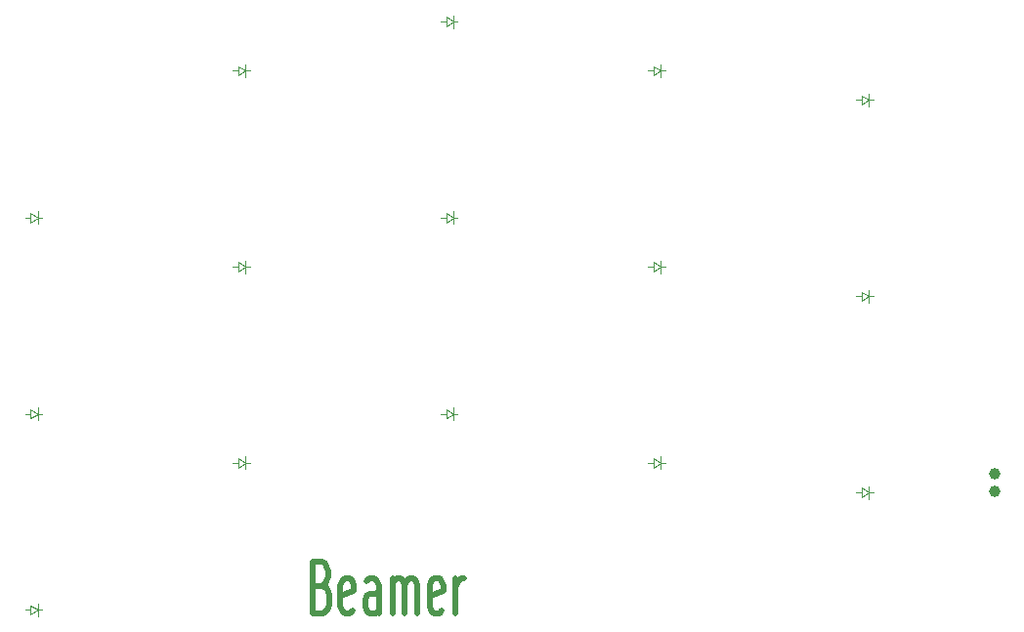
<source format=gbr>
%TF.GenerationSoftware,KiCad,Pcbnew,(6.0.9-0)*%
%TF.CreationDate,2022-12-30T00:27:58+01:00*%
%TF.ProjectId,beamer,6265616d-6572-42e6-9b69-6361645f7063,v1.0.0*%
%TF.SameCoordinates,Original*%
%TF.FileFunction,Legend,Top*%
%TF.FilePolarity,Positive*%
%FSLAX46Y46*%
G04 Gerber Fmt 4.6, Leading zero omitted, Abs format (unit mm)*
G04 Created by KiCad (PCBNEW (6.0.9-0)) date 2022-12-30 00:27:58*
%MOMM*%
%LPD*%
G01*
G04 APERTURE LIST*
%ADD10C,0.500000*%
%ADD11C,0.150000*%
%ADD12C,0.300000*%
%ADD13C,0.100000*%
%ADD14C,1.000000*%
G04 APERTURE END LIST*
D10*
X182029625Y-159118480D02*
X182386768Y-159332766D01*
X182505816Y-159547051D01*
X182624863Y-159975623D01*
X182624863Y-160618480D01*
X182505816Y-161047051D01*
X182386768Y-161261337D01*
X182148673Y-161475623D01*
X181196292Y-161475623D01*
X181196292Y-156975623D01*
X182029625Y-156975623D01*
X182267720Y-157189909D01*
X182386768Y-157404194D01*
X182505816Y-157832766D01*
X182505816Y-158261337D01*
X182386768Y-158689909D01*
X182267720Y-158904194D01*
X182029625Y-159118480D01*
X181196292Y-159118480D01*
X184648673Y-161261337D02*
X184410578Y-161475623D01*
X183934387Y-161475623D01*
X183696292Y-161261337D01*
X183577244Y-160832766D01*
X183577244Y-159118480D01*
X183696292Y-158689909D01*
X183934387Y-158475623D01*
X184410578Y-158475623D01*
X184648673Y-158689909D01*
X184767720Y-159118480D01*
X184767720Y-159547051D01*
X183577244Y-159975623D01*
X186910578Y-161475623D02*
X186910578Y-159118480D01*
X186791530Y-158689909D01*
X186553435Y-158475623D01*
X186077244Y-158475623D01*
X185839149Y-158689909D01*
X186910578Y-161261337D02*
X186672482Y-161475623D01*
X186077244Y-161475623D01*
X185839149Y-161261337D01*
X185720101Y-160832766D01*
X185720101Y-160404194D01*
X185839149Y-159975623D01*
X186077244Y-159761337D01*
X186672482Y-159761337D01*
X186910578Y-159547051D01*
X188101054Y-161475623D02*
X188101054Y-158475623D01*
X188101054Y-158904194D02*
X188220101Y-158689909D01*
X188458197Y-158475623D01*
X188815340Y-158475623D01*
X189053435Y-158689909D01*
X189172482Y-159118480D01*
X189172482Y-161475623D01*
X189172482Y-159118480D02*
X189291530Y-158689909D01*
X189529625Y-158475623D01*
X189886768Y-158475623D01*
X190124863Y-158689909D01*
X190243911Y-159118480D01*
X190243911Y-161475623D01*
X192386768Y-161261337D02*
X192148673Y-161475623D01*
X191672482Y-161475623D01*
X191434387Y-161261337D01*
X191315340Y-160832766D01*
X191315340Y-159118480D01*
X191434387Y-158689909D01*
X191672482Y-158475623D01*
X192148673Y-158475623D01*
X192386768Y-158689909D01*
X192505816Y-159118480D01*
X192505816Y-159547051D01*
X191315340Y-159975623D01*
X193577244Y-161475623D02*
X193577244Y-158475623D01*
X193577244Y-159332766D02*
X193696292Y-158904194D01*
X193815340Y-158689909D01*
X194053435Y-158475623D01*
X194291530Y-158475623D01*
D11*
%TO.C,*%
D12*
D11*
D13*
%TO.C,D1*%
X156750000Y-161200000D02*
X156250000Y-161200000D01*
X156750000Y-160800000D02*
X157350000Y-161200000D01*
X156750000Y-161600000D02*
X156750000Y-160800000D01*
X157350000Y-161200000D02*
X156750000Y-161600000D01*
X157350000Y-161200000D02*
X157350000Y-160650000D01*
X157350000Y-161200000D02*
X157350000Y-161750000D01*
X157750000Y-161200000D02*
X157350000Y-161200000D01*
%TO.C,D2*%
X156750000Y-144200000D02*
X156250000Y-144200000D01*
X156750000Y-143800000D02*
X157350000Y-144200000D01*
X156750000Y-144600000D02*
X156750000Y-143800000D01*
X157350000Y-144200000D02*
X156750000Y-144600000D01*
X157350000Y-144200000D02*
X157350000Y-143650000D01*
X157350000Y-144200000D02*
X157350000Y-144750000D01*
X157750000Y-144200000D02*
X157350000Y-144200000D01*
%TO.C,D3*%
X156750000Y-127200000D02*
X156250000Y-127200000D01*
X156750000Y-126800000D02*
X157350000Y-127200000D01*
X156750000Y-127600000D02*
X156750000Y-126800000D01*
X157350000Y-127200000D02*
X156750000Y-127600000D01*
X157350000Y-127200000D02*
X157350000Y-126650000D01*
X157350000Y-127200000D02*
X157350000Y-127750000D01*
X157750000Y-127200000D02*
X157350000Y-127200000D01*
%TO.C,D4*%
X174750000Y-148450000D02*
X174250000Y-148450000D01*
X174750000Y-148050000D02*
X175350000Y-148450000D01*
X174750000Y-148850000D02*
X174750000Y-148050000D01*
X175350000Y-148450000D02*
X174750000Y-148850000D01*
X175350000Y-148450000D02*
X175350000Y-147900000D01*
X175350000Y-148450000D02*
X175350000Y-149000000D01*
X175750000Y-148450000D02*
X175350000Y-148450000D01*
%TO.C,D5*%
X174750000Y-131450000D02*
X174250000Y-131450000D01*
X174750000Y-131050000D02*
X175350000Y-131450000D01*
X174750000Y-131850000D02*
X174750000Y-131050000D01*
X175350000Y-131450000D02*
X174750000Y-131850000D01*
X175350000Y-131450000D02*
X175350000Y-130900000D01*
X175350000Y-131450000D02*
X175350000Y-132000000D01*
X175750000Y-131450000D02*
X175350000Y-131450000D01*
%TO.C,D6*%
X174750000Y-114450000D02*
X174250000Y-114450000D01*
X174750000Y-114050000D02*
X175350000Y-114450000D01*
X174750000Y-114850000D02*
X174750000Y-114050000D01*
X175350000Y-114450000D02*
X174750000Y-114850000D01*
X175350000Y-114450000D02*
X175350000Y-113900000D01*
X175350000Y-114450000D02*
X175350000Y-115000000D01*
X175750000Y-114450000D02*
X175350000Y-114450000D01*
%TO.C,D7*%
X192750000Y-144200000D02*
X192250000Y-144200000D01*
X192750000Y-143800000D02*
X193350000Y-144200000D01*
X192750000Y-144600000D02*
X192750000Y-143800000D01*
X193350000Y-144200000D02*
X192750000Y-144600000D01*
X193350000Y-144200000D02*
X193350000Y-143650000D01*
X193350000Y-144200000D02*
X193350000Y-144750000D01*
X193750000Y-144200000D02*
X193350000Y-144200000D01*
%TO.C,D8*%
X192750000Y-127200000D02*
X192250000Y-127200000D01*
X192750000Y-126800000D02*
X193350000Y-127200000D01*
X192750000Y-127600000D02*
X192750000Y-126800000D01*
X193350000Y-127200000D02*
X192750000Y-127600000D01*
X193350000Y-127200000D02*
X193350000Y-126650000D01*
X193350000Y-127200000D02*
X193350000Y-127750000D01*
X193750000Y-127200000D02*
X193350000Y-127200000D01*
%TO.C,D9*%
X192750000Y-110200000D02*
X192250000Y-110200000D01*
X192750000Y-109800000D02*
X193350000Y-110200000D01*
X192750000Y-110600000D02*
X192750000Y-109800000D01*
X193350000Y-110200000D02*
X192750000Y-110600000D01*
X193350000Y-110200000D02*
X193350000Y-109650000D01*
X193350000Y-110200000D02*
X193350000Y-110750000D01*
X193750000Y-110200000D02*
X193350000Y-110200000D01*
%TO.C,D10*%
X210750000Y-148450000D02*
X210250000Y-148450000D01*
X210750000Y-148050000D02*
X211350000Y-148450000D01*
X210750000Y-148850000D02*
X210750000Y-148050000D01*
X211350000Y-148450000D02*
X210750000Y-148850000D01*
X211350000Y-148450000D02*
X211350000Y-147900000D01*
X211350000Y-148450000D02*
X211350000Y-149000000D01*
X211750000Y-148450000D02*
X211350000Y-148450000D01*
%TO.C,D11*%
X210750000Y-131450000D02*
X210250000Y-131450000D01*
X210750000Y-131050000D02*
X211350000Y-131450000D01*
X210750000Y-131850000D02*
X210750000Y-131050000D01*
X211350000Y-131450000D02*
X210750000Y-131850000D01*
X211350000Y-131450000D02*
X211350000Y-130900000D01*
X211350000Y-131450000D02*
X211350000Y-132000000D01*
X211750000Y-131450000D02*
X211350000Y-131450000D01*
%TO.C,D12*%
X210750000Y-114450000D02*
X210250000Y-114450000D01*
X210750000Y-114050000D02*
X211350000Y-114450000D01*
X210750000Y-114850000D02*
X210750000Y-114050000D01*
X211350000Y-114450000D02*
X210750000Y-114850000D01*
X211350000Y-114450000D02*
X211350000Y-113900000D01*
X211350000Y-114450000D02*
X211350000Y-115000000D01*
X211750000Y-114450000D02*
X211350000Y-114450000D01*
%TO.C,D13*%
X228750000Y-151000000D02*
X228250000Y-151000000D01*
X228750000Y-150600000D02*
X229350000Y-151000000D01*
X228750000Y-151400000D02*
X228750000Y-150600000D01*
X229350000Y-151000000D02*
X228750000Y-151400000D01*
X229350000Y-151000000D02*
X229350000Y-150450000D01*
X229350000Y-151000000D02*
X229350000Y-151550000D01*
X229750000Y-151000000D02*
X229350000Y-151000000D01*
%TO.C,D14*%
X228750000Y-134000000D02*
X228250000Y-134000000D01*
X228750000Y-133600000D02*
X229350000Y-134000000D01*
X228750000Y-134400000D02*
X228750000Y-133600000D01*
X229350000Y-134000000D02*
X228750000Y-134400000D01*
X229350000Y-134000000D02*
X229350000Y-133450000D01*
X229350000Y-134000000D02*
X229350000Y-134550000D01*
X229750000Y-134000000D02*
X229350000Y-134000000D01*
%TO.C,D15*%
X228750000Y-117000000D02*
X228250000Y-117000000D01*
X228750000Y-116600000D02*
X229350000Y-117000000D01*
X228750000Y-117400000D02*
X228750000Y-116600000D01*
X229350000Y-117000000D02*
X228750000Y-117400000D01*
X229350000Y-117000000D02*
X229350000Y-116450000D01*
X229350000Y-117000000D02*
X229350000Y-117550000D01*
X229750000Y-117000000D02*
X229350000Y-117000000D01*
%TD*%
D14*
%TO.C,*%
X240255000Y-149390000D03*
X240255000Y-150890000D03*
%TD*%
M02*

</source>
